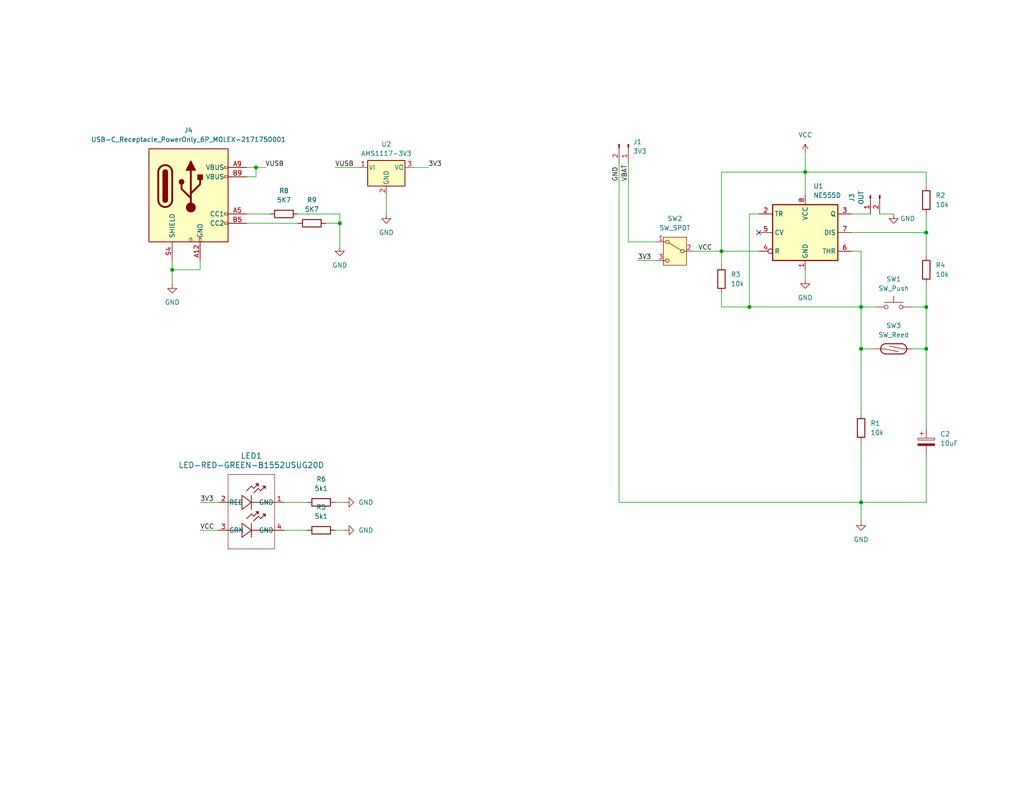
<source format=kicad_sch>
(kicad_sch (version 20231120) (generator "eeschema") (generator_version "8.0")
  (paper "USLetter")
  (lib_symbols
    (symbol "Alexander Symbol Library:USB-C_Receptacle_PowerOnly_6P_MOLEX-2171750001" (pin_names (offset 1.016))
      (property "Reference" "J" (at 0 16.51 0))
      (property "Value" "USB-C_Receptacle_PowerOnly_6P_MOLEX-2171750001" (at 0 13.97 0))
      (symbol "USB-C_Receptacle_PowerOnly_6P_MOLEX-2171750001_0_0"
        (rectangle (start -0.254 -12.7) (end 0.254 -11.684))
        (rectangle (start 2.286 -12.7) (end 2.794 -11.684))
        (rectangle (start 10.16 -7.366) (end 9.144 -7.874))
        (rectangle (start 10.16 -4.826) (end 9.144 -5.334))
        (rectangle (start 10.16 5.334) (end 9.144 4.826))
        (rectangle (start 10.16 7.874) (end 9.144 7.366))
      )
      (symbol "USB-C_Receptacle_PowerOnly_6P_MOLEX-2171750001_0_1"
        (rectangle (start -11.43 12.7) (end 10.16 -12.7) (stroke (width 0.254)) (fill (type background)))
        (arc (start -8.89 -1.27) (mid -6.985 -3.1667) (end -5.08 -1.27) (stroke (width 0.508)))
        (arc (start -7.62 -1.27) (mid -6.985 -1.9023) (end -6.35 -1.27) (stroke (width 0.254)))
        (arc (start -7.62 -1.27) (mid -6.985 -1.9023) (end -6.35 -1.27) (stroke (width 0.254)) (fill (type outline)))
        (rectangle (start -7.62 -1.27) (end -6.35 6.35) (stroke (width 0.254)) (fill (type outline)))
        (arc (start -6.35 6.35) (mid -6.985 6.9823) (end -7.62 6.35) (stroke (width 0.254)))
        (arc (start -6.35 6.35) (mid -6.985 6.9823) (end -7.62 6.35) (stroke (width 0.254)) (fill (type outline)))
        (arc (start -5.08 6.35) (mid -6.985 8.2467) (end -8.89 6.35) (stroke (width 0.508)))
        (circle (center -2.54 3.683) (radius 0.635) (stroke (width 0.254)) (fill (type outline)))
        (circle (center 0 -3.302) (radius 1.27) (fill (type outline)))
        (polyline (pts (xy -8.89 -1.27) (xy -8.89 6.35)) (stroke (width 0.508)))
        (polyline (pts (xy -5.08 6.35) (xy -5.08 -1.27)) (stroke (width 0.508)))
        (polyline (pts (xy 0 -3.302) (xy 0 6.858)) (stroke (width 0.508)))
        (polyline (pts (xy 0 -0.762) (xy -2.54 1.778) (xy -2.54 3.048)) (stroke (width 0.508)))
        (polyline (pts (xy 0 0.508) (xy 2.54 3.048) (xy 2.54 4.318)) (stroke (width 0.508)))
        (polyline (pts (xy -1.27 6.858) (xy 0 9.398) (xy 1.27 6.858) (xy -1.27 6.858)) (stroke (width 0.254)) (fill (type outline)))
        (rectangle (start 1.905 4.318) (end 3.175 5.588) (stroke (width 0.254)) (fill (type outline)))
      )
      (symbol "USB-C_Receptacle_PowerOnly_6P_MOLEX-2171750001_1_1"
        (pin power_in line (at 2.54 -17.78 90) (length 5.08) (name "GND") (number "A12"))
        (pin bidirectional line (at 15.24 -5.08 180) (length 5.08) (name "CC1") (number "A5"))
        (pin power_out line (at 15.24 7.62 180) (length 5.08) (name "VBUS") (number "A9"))
        (pin power_in line (at 2.54 -17.78 90) (length 5.08) hide (name "GND") (number "B12"))
        (pin bidirectional line (at 15.24 -7.62 180) (length 5.08) (name "CC2") (number "B5"))
        (pin power_out line (at 15.24 5.08 180) (length 5.08) (name "VBUS") (number "B9"))
        (pin passive line (at -5.08 -17.78 90) (length 5.08) hide (name "SHIELD") (number "S1"))
        (pin passive line (at -5.08 -17.78 90) (length 5.08) hide (name "SHIELD") (number "S2"))
        (pin passive line (at -5.08 -17.78 90) (length 5.08) hide (name "SHIELD") (number "S3"))
        (pin passive line (at -5.08 -17.78 90) (length 5.08) (name "SHIELD") (number "S4"))
      )
    )
    (symbol "Alexander_Library_Symbols:LED-RED-GREEN-B1552USUG20D" (pin_names (offset 0.254))
      (property "Reference" "LED" (at 8.89 20.955 0))
      (property "Value" "LED-RED-GREEN-B1552USUG20D" (at 8.89 17.78 0))
      (symbol "LED-RED-GREEN-B1552USUG20D_0_1"
        (polyline (pts (xy 2.54 -12.7) (xy 15.24 -12.7)) (stroke (width 0.127)))
        (polyline (pts (xy 2.54 -7.62) (xy 6.0198 -7.62)) (stroke (width 0.2032)))
        (polyline (pts (xy 2.54 0) (xy 6.0198 0)) (stroke (width 0.2032)))
        (polyline (pts (xy 2.54 7.62) (xy 2.54 -12.7)) (stroke (width 0.127)))
        (polyline (pts (xy 5.715 -7.62) (xy 6.35 -7.62)) (stroke (width 0.2032)))
        (polyline (pts (xy 5.715 0) (xy 6.35 0)) (stroke (width 0.2032)))
        (polyline (pts (xy 6.35 -9.525) (xy 8.89 -7.62)) (stroke (width 0.2032)))
        (polyline (pts (xy 6.35 -5.715) (xy 6.35 -9.525)) (stroke (width 0.2032)))
        (polyline (pts (xy 6.35 -1.905) (xy 8.89 0)) (stroke (width 0.2032)))
        (polyline (pts (xy 6.35 1.905) (xy 6.35 -1.905)) (stroke (width 0.2032)))
        (polyline (pts (xy 7.62 -4.445) (xy 8.89 -3.175)) (stroke (width 0.2032)))
        (polyline (pts (xy 7.62 3.175) (xy 8.89 4.445)) (stroke (width 0.2032)))
        (polyline (pts (xy 8.89 -9.525) (xy 8.89 -5.715)) (stroke (width 0.2032)))
        (polyline (pts (xy 8.89 -7.62) (xy 6.35 -5.715)) (stroke (width 0.2032)))
        (polyline (pts (xy 8.89 -7.62) (xy 15.24 -7.62)) (stroke (width 0.2032)))
        (polyline (pts (xy 8.89 -3.175) (xy 9.525 -3.81)) (stroke (width 0.2032)))
        (polyline (pts (xy 8.89 -1.905) (xy 8.89 1.905)) (stroke (width 0.2032)))
        (polyline (pts (xy 8.89 0) (xy 6.35 1.905)) (stroke (width 0.2032)))
        (polyline (pts (xy 8.89 0) (xy 15.24 0)) (stroke (width 0.2032)))
        (polyline (pts (xy 8.89 4.445) (xy 9.525 3.81)) (stroke (width 0.2032)))
        (polyline (pts (xy 9.525 -5.08) (xy 10.795 -3.81)) (stroke (width 0.2032)))
        (polyline (pts (xy 9.525 -3.81) (xy 10.795 -2.54)) (stroke (width 0.2032)))
        (polyline (pts (xy 9.525 2.54) (xy 10.795 3.81)) (stroke (width 0.2032)))
        (polyline (pts (xy 9.525 3.81) (xy 10.795 5.08)) (stroke (width 0.2032)))
        (polyline (pts (xy 10.16 -2.54) (xy 10.795 -3.175)) (stroke (width 0.2032)))
        (polyline (pts (xy 10.16 5.08) (xy 10.795 4.445)) (stroke (width 0.2032)))
        (polyline (pts (xy 10.795 -3.81) (xy 11.43 -4.445)) (stroke (width 0.2032)))
        (polyline (pts (xy 10.795 -3.175) (xy 10.795 -2.54)) (stroke (width 0.2032)))
        (polyline (pts (xy 10.795 -2.54) (xy 10.16 -2.54)) (stroke (width 0.2032)))
        (polyline (pts (xy 10.795 3.81) (xy 11.43 3.175)) (stroke (width 0.2032)))
        (polyline (pts (xy 10.795 4.445) (xy 10.795 5.08)) (stroke (width 0.2032)))
        (polyline (pts (xy 10.795 5.08) (xy 10.16 5.08)) (stroke (width 0.2032)))
        (polyline (pts (xy 11.43 -4.445) (xy 12.7 -3.175)) (stroke (width 0.2032)))
        (polyline (pts (xy 11.43 3.175) (xy 12.7 4.445)) (stroke (width 0.2032)))
        (polyline (pts (xy 12.065 -3.175) (xy 12.7 -3.81)) (stroke (width 0.2032)))
        (polyline (pts (xy 12.065 4.445) (xy 12.7 3.81)) (stroke (width 0.2032)))
        (polyline (pts (xy 12.7 -3.81) (xy 12.7 -3.175)) (stroke (width 0.2032)))
        (polyline (pts (xy 12.7 -3.175) (xy 12.065 -3.175)) (stroke (width 0.2032)))
        (polyline (pts (xy 12.7 3.81) (xy 12.7 4.445)) (stroke (width 0.2032)))
        (polyline (pts (xy 12.7 4.445) (xy 12.065 4.445)) (stroke (width 0.2032)))
        (polyline (pts (xy 15.24 -12.7) (xy 15.24 7.62)) (stroke (width 0.127)))
        (polyline (pts (xy 15.24 7.62) (xy 2.54 7.62)) (stroke (width 0.127)))
        (pin power_in line (at 17.78 0 180) (length 2.54) (name "GND") (number "1"))
        (pin power_out line (at 0 0 0) (length 2.54) (name "RED") (number "2"))
        (pin power_in line (at 0 -7.62 0) (length 2.54) (name "GRN") (number "3"))
        (pin power_out line (at 17.78 -7.62 180) (length 2.54) (name "GND") (number "4"))
      )
    )
    (symbol "Connector:Conn_01x02_Pin" (pin_names (offset 1.016) hide)
      (property "Reference" "J" (at 0 2.54 0))
      (property "Value" "Conn_01x02_Pin" (at 0 -5.08 0))
      (symbol "Conn_01x02_Pin_1_1"
        (polyline (pts (xy 1.27 -2.54) (xy 0.8636 -2.54)) (stroke (width 0.1524)))
        (polyline (pts (xy 1.27 0) (xy 0.8636 0)) (stroke (width 0.1524)))
        (rectangle (start 0.8636 -2.413) (end 0 -2.667) (stroke (width 0.1524)) (fill (type outline)))
        (rectangle (start 0.8636 0.127) (end 0 -0.127) (stroke (width 0.1524)) (fill (type outline)))
        (pin passive line (at 5.08 0 180) (length 3.81) (name "Pin_1") (number "1"))
        (pin passive line (at 5.08 -2.54 180) (length 3.81) (name "Pin_2") (number "2"))
      )
    )
    (symbol "Device:C_Polarized" (pin_numbers hide) (pin_names (offset 0.254))
      (property "Reference" "C" (at 0.635 2.54 0))
      (property "Value" "C_Polarized" (at 0.635 -2.54 0))
      (symbol "C_Polarized_0_1"
        (rectangle (start -2.286 0.508) (end 2.286 1.016))
        (polyline (pts (xy -1.778 2.286) (xy -0.762 2.286)))
        (polyline (pts (xy -1.27 2.794) (xy -1.27 1.778)))
        (rectangle (start 2.286 -0.508) (end -2.286 -1.016) (fill (type outline)))
      )
      (symbol "C_Polarized_1_1"
        (pin passive line (at 0 3.81 270) (length 2.794) (name "~") (number "1"))
        (pin passive line (at 0 -3.81 90) (length 2.794) (name "~") (number "2"))
      )
    )
    (symbol "Device:R" (pin_numbers hide) (pin_names (offset 0))
      (property "Reference" "R" (at 2.032 0 90))
      (property "Value" "R" (at 0 0 90))
      (symbol "R_0_1"
        (rectangle (start -1.016 -2.54) (end 1.016 2.54) (stroke (width 0.254)))
      )
      (symbol "R_1_1"
        (pin passive line (at 0 3.81 270) (length 1.27) (name "~") (number "1"))
        (pin passive line (at 0 -3.81 90) (length 1.27) (name "~") (number "2"))
      )
    )
    (symbol "GND_1" (power) (pin_numbers hide) (pin_names (offset 0) hide)
      (property "Value" "GND" (at 0 -3.81 0))
      (symbol "GND_1_0_1"
        (polyline (pts (xy 0 0) (xy 0 -1.27) (xy 1.27 -1.27) (xy 0 -2.54) (xy -1.27 -1.27) (xy 0 -1.27)))
      )
      (symbol "GND_1_1_1"
        (pin power_in line (at 0 0 270) (length 0) (name "~") (number "1"))
      )
    )
    (symbol "GND_2" (power) (pin_numbers hide) (pin_names (offset 0) hide)
      (property "Value" "GND" (at 0 -3.81 0))
      (symbol "GND_2_0_1"
        (polyline (pts (xy 0 0) (xy 0 -1.27) (xy 1.27 -1.27) (xy 0 -2.54) (xy -1.27 -1.27) (xy 0 -1.27)))
      )
      (symbol "GND_2_1_1"
        (pin power_in line (at 0 0 270) (length 0) (name "~") (number "1"))
      )
    )
    (symbol "Regulator_Linear:LM78M05_TO220" (pin_names (offset 0.254))
      (property "Reference" "U" (at -3.81 3.175 0))
      (property "Value" "LM78M05_TO220" (at 0 3.175 0))
      (symbol "LM78M05_TO220_0_1"
        (rectangle (start -5.08 1.905) (end 5.08 -5.08) (stroke (width 0.254)) (fill (type background)))
      )
      (symbol "LM78M05_TO220_1_1"
        (pin power_in line (at -7.62 0 0) (length 2.54) (name "VI") (number "1"))
        (pin power_in line (at 0 -7.62 90) (length 2.54) (name "GND") (number "2"))
        (pin power_out line (at 7.62 0 180) (length 2.54) (name "VO") (number "3"))
      )
    )
    (symbol "Switch:SW_Push" (pin_numbers hide) (pin_names (offset 1.016) hide)
      (property "Reference" "SW" (at 1.27 2.54 0))
      (property "Value" "SW_Push" (at 0 -1.524 0))
      (symbol "SW_Push_0_1"
        (circle (center -2.032 0) (radius 0.508))
        (polyline (pts (xy 0 1.27) (xy 0 3.048)))
        (polyline (pts (xy 2.54 1.27) (xy -2.54 1.27)))
        (circle (center 2.032 0) (radius 0.508))
        (pin passive line (at -5.08 0 0) (length 2.54) (name "1") (number "1"))
        (pin passive line (at 5.08 0 180) (length 2.54) (name "2") (number "2"))
      )
    )
    (symbol "Switch:SW_Reed" (pin_numbers hide) (pin_names (offset 0) hide)
      (property "Reference" "SW" (at 0 2.54 0))
      (property "Value" "SW_Reed" (at 0 -2.54 0))
      (symbol "SW_Reed_0_0"
        (arc (start -2.159 1.397) (mid -3.55 0) (end -2.159 -1.397) (stroke (width 0.254)))
        (polyline (pts (xy -2.54 0) (xy 1.27 0.762)))
        (polyline (pts (xy -2.159 -1.397) (xy 2.286 -1.397)) (stroke (width 0.254)))
        (polyline (pts (xy 2.159 1.397) (xy -2.159 1.397)) (stroke (width 0.254)))
        (polyline (pts (xy 2.54 0) (xy -1.27 -0.762)))
        (arc (start 2.159 -1.397) (mid 3.55 0) (end 2.159 1.397) (stroke (width 0.254)))
      )
      (symbol "SW_Reed_1_1"
        (pin passive line (at -5.08 0 0) (length 2.54) (name "1") (number "1"))
        (pin passive line (at 5.08 0 180) (length 2.54) (name "2") (number "2"))
      )
    )
    (symbol "Switch:SW_SPDT" (pin_names (offset 0) hide)
      (property "Reference" "SW" (at 0 5.08 0))
      (property "Value" "SW_SPDT" (at 0 -5.08 0))
      (symbol "SW_SPDT_0_1"
        (circle (center -2.032 0) (radius 0.4572))
        (polyline (pts (xy -1.651 0.254) (xy 1.651 2.286)))
        (circle (center 2.032 -2.54) (radius 0.4572))
        (circle (center 2.032 2.54) (radius 0.4572))
      )
      (symbol "SW_SPDT_1_1"
        (rectangle (start -3.175 3.81) (end 3.175 -3.81) (fill (type background)))
        (pin passive line (at 5.08 2.54 180) (length 2.54) (name "A") (number "1"))
        (pin passive line (at -5.08 0 0) (length 2.54) (name "B") (number "2"))
        (pin passive line (at 5.08 -2.54 180) (length 2.54) (name "C") (number "3"))
      )
    )
    (symbol "Timer:NE555D"
      (property "Reference" "U" (at -10.16 8.89 0))
      (property "Value" "NE555D" (at 2.54 8.89 0))
      (symbol "NE555D_0_0"
        (pin power_in line (at 0 -10.16 90) (length 2.54) (name "GND") (number "1"))
        (pin power_in line (at 0 10.16 270) (length 2.54) (name "VCC") (number "8"))
      )
      (symbol "NE555D_0_1"
        (rectangle (start -8.89 -7.62) (end 8.89 7.62) (stroke (width 0.254)) (fill (type background)))
        (rectangle (start -8.89 -7.62) (end 8.89 7.62) (stroke (width 0.254)) (fill (type background)))
      )
      (symbol "NE555D_1_1"
        (pin input line (at -12.7 5.08 0) (length 3.81) (name "TR") (number "2"))
        (pin output line (at 12.7 5.08 180) (length 3.81) (name "Q") (number "3"))
        (pin input inverted (at -12.7 -5.08 0) (length 3.81) (name "R") (number "4"))
        (pin input line (at -12.7 0 0) (length 3.81) (name "CV") (number "5"))
        (pin input line (at 12.7 -5.08 180) (length 3.81) (name "THR") (number "6"))
        (pin input line (at 12.7 0 180) (length 3.81) (name "DIS") (number "7"))
      )
    )
    (symbol "power:GND" (power) (pin_names (offset 0))
      (property "Value" "GND" (at 0 -3.81 0))
      (symbol "GND_0_1"
        (polyline (pts (xy 0 0) (xy 0 -1.27) (xy 1.27 -1.27) (xy 0 -2.54) (xy -1.27 -1.27) (xy 0 -1.27)))
      )
      (symbol "GND_1_1"
        (pin power_in line (at 0 0 270) (length 0) hide (name "GND") (number "1"))
      )
    )
    (symbol "power:VCC" (power) (pin_numbers hide) (pin_names (offset 0) hide)
      (property "Value" "VCC" (at 0 3.556 0))
      (symbol "VCC_0_1"
        (polyline (pts (xy -0.762 1.27) (xy 0 2.54)))
        (polyline (pts (xy 0 0) (xy 0 2.54)))
        (polyline (pts (xy 0 2.54) (xy 0.762 1.27)))
      )
      (symbol "VCC_1_1"
        (pin power_in line (at 0 0 90) (length 0) (name "~") (number "1"))
      )
    )
  )
  (junction (at 252.73 95.25))
  (junction (at 234.95 95.25))
  (junction (at 252.73 83.82))
  (junction (at 196.85 68.58))
  (junction (at 234.95 83.82))
  (junction (at 46.99 73.66))
  (junction (at 219.71 46.99))
  (junction (at 92.71 60.96))
  (junction (at 69.85 45.72))
  (junction (at 204.47 83.82))
  (junction (at 234.95 137.16))
  (junction (at 252.73 63.5))
  (no_connect (at 207.01 63.5))
  (wire (pts (xy 196.85 68.58) (xy 196.85 72.39)))
  (wire (pts (xy 248.92 95.25) (xy 252.73 95.25)))
  (wire (pts (xy 67.31 48.26) (xy 69.85 48.26)))
  (wire (pts (xy 54.61 137.16) (xy 59.69 137.16)))
  (wire (pts (xy 252.73 124.46) (xy 252.73 137.16)))
  (wire (pts (xy 171.45 44.45) (xy 171.45 66.04)))
  (wire (pts (xy 105.41 53.34) (xy 105.41 58.42)))
  (wire (pts (xy 234.95 137.16) (xy 252.73 137.16)))
  (wire (pts (xy 46.99 73.66) (xy 46.99 77.47)))
  (wire (pts (xy 168.91 137.16) (xy 168.91 44.45)))
  (wire (pts (xy 234.95 137.16) (xy 234.95 142.24)))
  (wire (pts (xy 252.73 95.25) (xy 252.73 116.84)))
  (wire (pts (xy 69.85 45.72) (xy 72.39 45.72)))
  (wire (pts (xy 54.61 73.66) (xy 46.99 73.66)))
  (wire (pts (xy 252.73 58.42) (xy 252.73 63.5)))
  (wire (pts (xy 67.31 45.72) (xy 69.85 45.72)))
  (wire (pts (xy 252.73 46.99) (xy 252.73 50.8)))
  (wire (pts (xy 234.95 120.65) (xy 234.95 137.16)))
  (wire (pts (xy 240.03 58.42) (xy 243.84 58.42)))
  (wire (pts (xy 92.71 58.42) (xy 92.71 60.96)))
  (wire (pts (xy 219.71 46.99) (xy 252.73 46.99)))
  (wire (pts (xy 196.85 80.01) (xy 196.85 83.82)))
  (wire (pts (xy 234.95 68.58) (xy 232.41 68.58)))
  (wire (pts (xy 219.71 73.66) (xy 219.71 76.2)))
  (wire (pts (xy 67.31 58.42) (xy 73.66 58.42)))
  (wire (pts (xy 234.95 68.58) (xy 234.95 83.82)))
  (wire (pts (xy 196.85 68.58) (xy 207.01 68.58)))
  (wire (pts (xy 234.95 83.82) (xy 238.76 83.82)))
  (wire (pts (xy 77.47 144.78) (xy 83.82 144.78)))
  (wire (pts (xy 113.03 45.72) (xy 116.84 45.72)))
  (wire (pts (xy 234.95 83.82) (xy 234.95 95.25)))
  (wire (pts (xy 88.9 60.96) (xy 92.71 60.96)))
  (wire (pts (xy 67.31 60.96) (xy 81.28 60.96)))
  (wire (pts (xy 81.28 58.42) (xy 92.71 58.42)))
  (wire (pts (xy 92.71 60.96) (xy 92.71 67.31)))
  (wire (pts (xy 232.41 63.5) (xy 252.73 63.5)))
  (wire (pts (xy 252.73 63.5) (xy 252.73 69.85)))
  (wire (pts (xy 91.44 137.16) (xy 93.98 137.16)))
  (wire (pts (xy 196.85 83.82) (xy 204.47 83.82)))
  (wire (pts (xy 189.23 68.58) (xy 196.85 68.58)))
  (wire (pts (xy 248.92 83.82) (xy 252.73 83.82)))
  (wire (pts (xy 252.73 83.82) (xy 252.73 95.25)))
  (wire (pts (xy 54.61 144.78) (xy 59.69 144.78)))
  (wire (pts (xy 219.71 46.99) (xy 219.71 53.34)))
  (wire (pts (xy 204.47 58.42) (xy 204.47 83.82)))
  (wire (pts (xy 77.47 137.16) (xy 83.82 137.16)))
  (wire (pts (xy 168.91 137.16) (xy 234.95 137.16)))
  (wire (pts (xy 91.44 144.78) (xy 93.98 144.78)))
  (wire (pts (xy 234.95 95.25) (xy 238.76 95.25)))
  (wire (pts (xy 204.47 58.42) (xy 207.01 58.42)))
  (wire (pts (xy 54.61 71.12) (xy 54.61 73.66)))
  (wire (pts (xy 196.85 46.99) (xy 219.71 46.99)))
  (wire (pts (xy 91.44 45.72) (xy 97.79 45.72)))
  (wire (pts (xy 219.71 41.91) (xy 219.71 46.99)))
  (wire (pts (xy 232.41 58.42) (xy 237.49 58.42)))
  (wire (pts (xy 46.99 71.12) (xy 46.99 73.66)))
  (wire (pts (xy 171.45 66.04) (xy 179.07 66.04)))
  (wire (pts (xy 204.47 83.82) (xy 234.95 83.82)))
  (wire (pts (xy 234.95 95.25) (xy 234.95 113.03)))
  (wire (pts (xy 69.85 48.26) (xy 69.85 45.72)))
  (wire (pts (xy 173.99 71.12) (xy 179.07 71.12)))
  (wire (pts (xy 252.73 77.47) (xy 252.73 83.82)))
  (wire (pts (xy 196.85 46.99) (xy 196.85 68.58)))
  (label "VUSB" (at 91.44 45.72 0))
  (label "VCC" (at 190.5 68.58 0))
  (label "3V3" (at 54.61 137.16 0))
  (label "3V3" (at 116.84 45.72 0))
  (label "GND" (at 168.91 49.53 90))
  (label "VBAT" (at 171.45 49.53 90))
  (label "VCC" (at 54.61 144.78 0))
  (label "VUSB" (at 72.39 45.72 0))
  (label "3V3" (at 173.99 71.12 0))
  (symbol (lib_id "power:GND") (at 234.95 142.24 0) (unit 1)
    (property "Reference" "#PWR01" (effects (hide yes)))
    (property "Value" "GND" (at 234.95 147.32 0))
  )
  (symbol (lib_id "power:GND") (at 243.84 58.42 0) (unit 1)
    (property "Reference" "#PWR03" (effects (hide yes)))
    (property "Value" "GND" (at 247.65 59.69 0))
  )
  (symbol (lib_id "Device:R") (at 87.63 137.16 90) (unit 1)
    (property "Reference" "R6" (at 87.63 130.81 90))
    (property "Value" "5k1" (at 87.63 133.35 90))
    (property "Footprint" "Resistor_SMD:R_1206_3216Metric_Pad1.30x1.75mm_HandSolder" (effects (hide yes)))
    (property "Description" "Resistor" (effects (hide yes)))
  )
  (symbol (lib_id "Timer:NE555D") (at 219.71 63.5 0) (unit 1)
    (property "Reference" "U1" (at 221.9041 50.8 0) (effects (justify left)))
    (property "Value" "NE555D" (at 221.9041 53.34 0) (effects (justify left)))
    (property "Footprint" "Package_DIP:DIP-8_W7.62mm" (effects (hide yes)))
    (property "Datasheet" "http://www.ti.com/lit/ds/symlink/ne555.pdf" (effects (hide yes)))
  )
  (symbol (lib_name "GND_1") (lib_id "power:GND") (at 219.71 76.2 0) (unit 1)
    (property "Reference" "#PWR04" (effects (hide yes)))
    (property "Value" "GND" (at 219.71 81.28 0))
    (property "Description" "Power symbol creates a global label with name \"GND\" , ground" (effects (hide yes)))
  )
  (symbol (lib_id "power:GND") (at 105.41 58.42 0) (unit 1)
    (property "Reference" "#PWR05" (effects (hide yes)))
    (property "Value" "GND" (at 105.41 63.5 0))
    (property "Description" "Power symbol creates a global label with name \"GND\" , ground" (effects (hide yes)))
  )
  (symbol (lib_id "Switch:SW_SPDT") (at 184.15 68.58 0) (mirror y) (unit 1)
    (property "Reference" "SW2" (at 184.15 59.69 0))
    (property "Value" "SW_SPDT" (at 184.15 62.23 0))
    (property "Footprint" "Connector_PinHeader_2.54mm:PinHeader_1x03_P2.54mm_Vertical" (effects (hide yes)))
  )
  (symbol (lib_id "Device:R") (at 234.95 116.84 0) (unit 1)
    (property "Reference" "R1" (at 237.49 115.57 0) (effects (justify left)))
    (property "Value" "10k" (at 237.49 118.11 0) (effects (justify left)))
    (property "Footprint" "Resistor_THT:R_Axial_DIN0204_L3.6mm_D1.6mm_P2.54mm_Vertical" (effects (hide yes)))
  )
  (symbol (lib_name "GND_1") (lib_id "power:GND") (at 46.99 77.47 0) (unit 1)
    (property "Reference" "#PWR09" (effects (hide yes)))
    (property "Value" "GND" (at 46.99 82.55 0))
    (property "Description" "Power symbol creates a global label with name \"GND\" , ground" (effects (hide yes)))
  )
  (symbol (lib_id "power:VCC") (at 219.71 41.91 0) (unit 1)
    (property "Reference" "#PWR02" (effects (hide yes)))
    (property "Value" "VCC" (at 219.71 36.83 0))
    (property "Description" "Power symbol creates a global label with name \"VCC\"" (effects (hide yes)))
  )
  (symbol (lib_name "GND_2") (lib_id "power:GND") (at 92.71 67.31 0) (unit 1)
    (property "Reference" "#PWR010" (effects (hide yes)))
    (property "Value" "GND" (at 92.71 72.39 0))
    (property "Description" "Power symbol creates a global label with name \"GND\" , ground" (effects (hide yes)))
  )
  (symbol (lib_id "Device:R") (at 252.73 54.61 0) (unit 1)
    (property "Reference" "R2" (at 255.27 53.34 0) (effects (justify left)))
    (property "Value" "10k" (at 255.27 55.88 0) (effects (justify left)))
    (property "Footprint" "Resistor_THT:R_Axial_DIN0204_L3.6mm_D1.6mm_P2.54mm_Vertical" (effects (hide yes)))
  )
  (symbol (lib_id "power:GND") (at 93.98 144.78 90) (unit 1)
    (property "Reference" "#PWR06" (effects (hide yes)))
    (property "Value" "GND" (at 97.79 144.7799 90) (effects (justify right)))
    (property "Description" "Power symbol creates a global label with name \"GND\" , ground" (effects (hide yes)))
  )
  (symbol (lib_id "Device:C_Polarized") (at 252.73 120.65 0) (unit 1)
    (property "Reference" "C2" (at 256.54 118.491 0) (effects (justify left)))
    (property "Value" "10uF" (at 256.54 121.031 0) (effects (justify left)))
    (property "Footprint" "Capacitor_THT:CP_Radial_D5.0mm_P2.50mm" (effects (hide yes)))
  )
  (symbol (lib_id "Device:R") (at 252.73 73.66 0) (unit 1)
    (property "Reference" "R4" (at 255.27 72.39 0) (effects (justify left)))
    (property "Value" "10k" (at 255.27 74.93 0) (effects (justify left)))
    (property "Footprint" "Resistor_THT:R_Axial_DIN0204_L3.6mm_D1.6mm_P2.54mm_Vertical" (effects (hide yes)))
  )
  (symbol (lib_id "Device:R") (at 77.47 58.42 270) (unit 1)
    (property "Reference" "R8" (at 77.47 52.07 90))
    (property "Value" "5K7" (at 77.47 54.61 90))
    (property "Footprint" "Resistor_SMD:R_1206_3216Metric_Pad1.30x1.75mm_HandSolder" (effects (hide yes)))
    (property "Description" "Resistor" (effects (hide yes)))
  )
  (symbol (lib_id "Connector:Conn_01x02_Pin") (at 237.49 53.34 90) (mirror x) (unit 1)
    (property "Reference" "J3" (at 232.41 53.975 0))
    (property "Value" "OUT" (at 234.95 53.975 0))
    (property "Footprint" "Connector_PinHeader_2.54mm:PinHeader_1x02_P2.54mm_Vertical" (effects (hide yes)))
  )
  (symbol (lib_id "Device:R") (at 87.63 144.78 90) (unit 1)
    (property "Reference" "R5" (at 87.63 138.43 90))
    (property "Value" "5k1" (at 87.63 140.97 90))
    (property "Footprint" "Resistor_SMD:R_1206_3216Metric_Pad1.30x1.75mm_HandSolder" (effects (hide yes)))
    (property "Description" "Resistor" (effects (hide yes)))
  )
  (symbol (lib_id "Device:R") (at 85.09 60.96 270) (unit 1)
    (property "Reference" "R9" (at 85.09 54.61 90))
    (property "Value" "5K7" (at 85.09 57.15 90))
    (property "Footprint" "Resistor_SMD:R_1206_3216Metric_Pad1.30x1.75mm_HandSolder" (effects (hide yes)))
    (property "Description" "Resistor" (effects (hide yes)))
  )
  (symbol (lib_id "Device:R") (at 196.85 76.2 0) (unit 1)
    (property "Reference" "R3" (at 199.39 74.93 0) (effects (justify left)))
    (property "Value" "10k" (at 199.39 77.47 0) (effects (justify left)))
    (property "Footprint" "Resistor_THT:R_Axial_DIN0204_L3.6mm_D1.6mm_P2.54mm_Vertical" (effects (hide yes)))
  )
  (symbol (lib_id "Switch:SW_Reed") (at 243.84 95.25 0) (mirror y) (unit 1)
    (property "Reference" "SW3" (at 243.84 88.9 0))
    (property "Value" "SW_Reed" (at 243.84 91.44 0))
    (property "Footprint" "Connector_PinHeader_2.54mm:PinHeader_1x02_P2.54mm_Vertical" (effects (hide yes)))
  )
  (symbol (lib_id "Switch:SW_Push") (at 243.84 83.82 0) (unit 1)
    (property "Reference" "SW1" (at 243.84 76.2 0))
    (property "Value" "SW_Push" (at 243.84 78.74 0))
    (property "Footprint" "Button_Switch_THT:SW_PUSH_6mm" (effects (hide yes)))
  )
  (symbol (lib_id "Alexander_Library_Symbols:LED-RED-GREEN-B1552USUG20D") (at 59.69 137.16 0) (unit 1)
    (property "Reference" "LED1" (at 68.58 124.46 0) (effects (font (size 1.524 1.524))))
    (property "Value" "LED-RED-GREEN-B1552USUG20D" (at 68.58 127 0) (effects (font (size 1.524 1.524))))
    (property "Footprint" "Alexander Footprint Library:B1552_HVK-M" (effects (hide yes)))
    (property "Datasheet" "B1552USUG20D000113U1930" (effects (hide yes)))
  )
  (symbol (lib_id "Regulator_Linear:LM78M05_TO220") (at 105.41 45.72 0) (unit 1)
    (property "Reference" "U2" (at 105.41 39.37 0))
    (property "Value" "AMS1117-3V3" (at 105.41 41.91 0))
    (property "Footprint" "Package_TO_SOT_SMD:SOT-223-3_TabPin2" (effects (hide yes)))
    (property "Datasheet" "https://www.onsemi.com/pub/Collateral/MC78M00-D.PDF" (effects (hide yes)))
  )
  (symbol (lib_id "power:GND") (at 93.98 137.16 90) (unit 1)
    (property "Reference" "#PWR07" (effects (hide yes)))
    (property "Value" "GND" (at 97.79 137.1599 90) (effects (justify right)))
    (property "Description" "Power symbol creates a global label with name \"GND\" , ground" (effects (hide yes)))
  )
  (symbol (lib_id "Alexander Symbol Library:USB-C_Receptacle_PowerOnly_6P_MOLEX-2171750001") (at 52.07 53.34 0) (unit 1)
    (property "Reference" "J4" (at 51.435 35.56 0))
    (property "Value" "USB-C_Receptacle_PowerOnly_6P_MOLEX-2171750001" (at 51.435 38.1 0))
    (property "Footprint" "Alexander Footprint Library:USB-C MOLEX 2171750001" (effects (hide yes)))
    (property "Description" "USB Power-Only 6P Type-C Receptacle connector" (effects (hide yes)))
  )
  (symbol (lib_id "Connector:Conn_01x02_Pin") (at 171.45 39.37 270) (unit 1)
    (property "Reference" "J1" (at 172.72 38.735 90) (effects (justify left)))
    (property "Value" "3V3" (at 172.72 41.275 90) (effects (justify left)))
    (property "Footprint" "Connector_PinHeader_2.54mm:PinHeader_1x02_P2.54mm_Vertical" (effects (hide yes)))
  )
)
</source>
